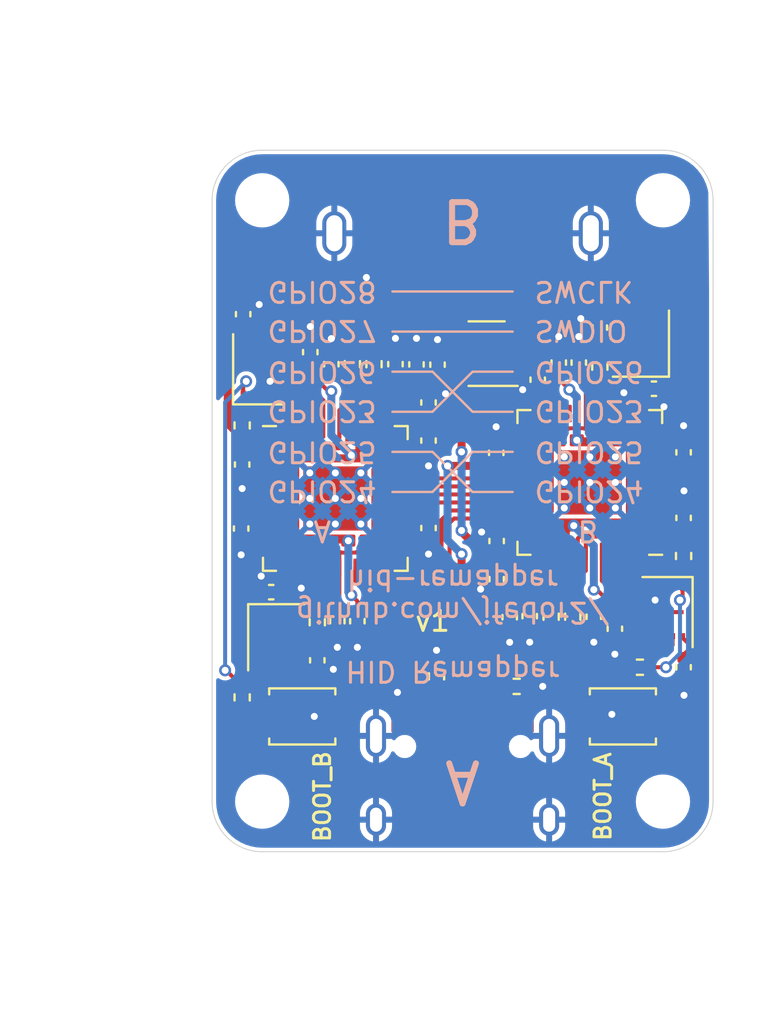
<source format=kicad_pcb>
(kicad_pcb (version 20211014) (generator pcbnew)
  (layers (0 "F.Cu" signal) (31 "B.Cu" signal) (34 "B.Paste" user) (35 "F.Paste" user) (36 "B.SilkS" user "B.Silkscreen") (37 "F.SilkS" user "F.Silkscreen") (38 "B.Mask" user) (39 "F.Mask" user) (44 "Edge.Cuts" user))
  (net 0 "")
  (net 1 "GND")
  (net 2 "+5V")
  (net 3 "D-")
  (net 4 "D+")
  (net 5 "+3V3")
  (net 6 "+1V1")
  (net 7 "Net-(R3-Pad2)")
  (net 8 "Net-(R4-Pad2)")
  (net 9 "XIN")
  (net 10 "XOUT")
  (net 11 "QSPI_SS")
  (net 12 "QSPI_SD3")
  (net 13 "QSPI_SCLK")
  (net 14 "QSPI_SD0")
  (net 15 "QSPI_SD2")
  (net 16 "QSPI_SD1")
  (net 17 "Net-(C19-Pad1)")
  (net 18 "Net-(R6-Pad2)")
  (net 21 "GPIO0")
  (net 22 "GPIO1")
  (net 33 "SWCLK")
  (net 34 "SWD")
  (net 37 "1XIN")
  (net 38 "Net-(C119-Pad1)")
  (net 39 "Net-(R101-Pad1)")
  (net 40 "Net-(R102-Pad1)")
  (net 41 "1D+")
  (net 42 "Net-(R103-Pad2)")
  (net 43 "1D-")
  (net 44 "Net-(R104-Pad2)")
  (net 45 "1QSPI_SS")
  (net 46 "Net-(R106-Pad2)")
  (net 47 "1XOUT")
  (net 48 "GPIO4")
  (net 49 "GPIO5")
  (net 52 "1GPIO0")
  (net 53 "1GPIO1")
  (net 70 "RTS1CTS")
  (net 73 "CTS1RTS")
  (net 75 "1QSPI_SD3")
  (net 76 "1QSPI_SCLK")
  (net 77 "1QSPI_SD0")
  (net 78 "1QSPI_SD2")
  (net 79 "1QSPI_SD1")
  (net 82 "1GPIO4")
  (net 83 "1GPIO5")
  (net 91 "TX1RX")
  (net 92 "RX1TX")
  (net 98 "+1V2")
  (footprint "Capacitor_SMD:C_0402_1005Metric" (layer "F.Cu") (at 132.45 53.05)
    (fp_text reference "C18" hide)
    (fp_text value "30p")
  )
  (footprint "Capacitor_SMD:C_0402_1005Metric" (layer "F.Cu") (at 131.05 39.180966 90)
    (fp_text reference "C17" hide)
    (fp_text value "100n")
  )
  (footprint "Capacitor_SMD:C_0402_1005Metric" (layer "F.Cu") (at 136.75 54.5 -90)
    (fp_text reference "C2" hide)
    (fp_text value "100n")
  )
  (footprint "Capacitor_SMD:C_0402_1005Metric" (layer "F.Cu") (at 140.3 45.4875 -90)
    (fp_text reference "C8" hide)
    (fp_text value "100n")
  )
  (footprint "Resistor_SMD:R_0402_1005Metric" (layer "F.Cu") (at 131 58.3 -90)
    (fp_text reference "R6" hide)
    (fp_text value "1k")
  )
  (footprint "Resistor_SMD:R_0402_1005Metric" (layer "F.Cu") (at 131 44.730966 90)
    (fp_text reference "R5" hide)
    (fp_text value "10k")
  )
  (footprint "RP2040:RP2040-QFN-56" (layer "F.Cu") (at 135.65 48.375)
    (fp_text reference "U3" hide)
    (fp_text value "RP2040")
  )
  (footprint "Crystal:Crystal_SMD_2520-4Pin_2.5x2.0mm" (layer "F.Cu") (at 132.7 55.3 -90)
    (fp_text reference "Y1" hide)
    (fp_text value "Crystal_GND24")
  )
  (footprint "Capacitor_SMD:C_0402_1005Metric" (layer "F.Cu") (at 134.75 56.45 -90)
    (fp_text reference "C19" hide)
    (fp_text value "30p")
  )
  (footprint "Capacitor_SMD:C_0402_1005Metric" (layer "F.Cu") (at 130.95 49.875 -90)
    (fp_text reference "C6" hide)
    (fp_text value "100n")
  )
  (footprint "Capacitor_SMD:C_0402_1005Metric" (layer "F.Cu") (at 140.3 49.85 -90)
    (fp_text reference "C5" hide)
    (fp_text value "100n")
  )
  (footprint "Resistor_SMD:R_0402_1005Metric" (layer "F.Cu") (at 134.75 54.55 90)
    (fp_text reference "R7" hide)
    (fp_text value "1k")
  )
  (footprint "Capacitor_SMD:C_0402_1005Metric" (layer "F.Cu") (at 135.75 54.5 -90)
    (fp_text reference "C7" hide)
    (fp_text value "100n")
  )
  (footprint "Capacitor_SMD:C_0402_1005Metric" (layer "F.Cu") (at 131 46.680966 -90)
    (fp_text reference "C4" hide)
    (fp_text value "100n")
  )
  (footprint "Capacitor_SMD:C_0402_1005Metric" (layer "F.Cu") (at 139.7 41.6875 90)
    (fp_text reference "C10" hide)
    (fp_text value "1u")
  )
  (footprint "Resistor_SMD:R_0402_1005Metric" (layer "F.Cu") (at 137.58 41.675 -90)
    (fp_text reference "R4" hide)
    (fp_text value "27")
  )
  (footprint "Capacitor_SMD:C_0402_1005Metric" (layer "F.Cu") (at 134.4 41.075 90)
    (fp_text reference "C1" hide)
    (fp_text value "100n")
  )
  (footprint "Resistor_SMD:R_0402_1005Metric" (layer "F.Cu") (at 136.5 41.675 -90)
    (fp_text reference "R3" hide)
    (fp_text value "27")
  )
  (footprint "Capacitor_SMD:C_0402_1005Metric" (layer "F.Cu") (at 135.45 41.675 90)
    (fp_text reference "C3" hide)
    (fp_text value "100n")
  )
  (footprint "Package_TO_SOT_SMD:SOT-23-5" (layer "F.Cu") (at 143.2 41.15)
    (fp_text reference "U4" hide)
    (fp_text value "TLV73333PDBV")
  )
  (footprint "Capacitor_SMD:C_0402_1005Metric" (layer "F.Cu") (at 140.75 41.7 90)
    (fp_text reference "C16" hide)
    (fp_text value "1u")
  )
  (footprint "Capacitor_SMD:C_0402_1005Metric" (layer "F.Cu") (at 145.75 42.45 -90)
    (fp_text reference "C15" hide)
    (fp_text value "1u")
  )
  (footprint "MountingHole:MountingHole_2.2mm_M2" (layer "F.Cu") (at 132 33.5)
    (fp_text reference "H1" hide)
    (fp_text value "MountingHole")
  )
  (footprint "Capacitor_SMD:C_0402_1005Metric" (layer "F.Cu") (at 138.65 41.675 90)
    (fp_text reference "C13" hide)
    (fp_text value "1u")
  )
  (footprint "Capacitor_SMD:C_0402_1005Metric" (layer "F.Cu") (at 140.3 43.5875 90)
    (fp_text reference "C9" hide)
    (fp_text value "100n")
  )
  (footprint "USON:8-USON" (layer "F.Cu") (at 131.8 41.930966)
    (fp_text reference "U5" hide)
    (fp_text value "W25Q128JVS")
  )
  (footprint "MountingHole:MountingHole_2.2mm_M2" (layer "F.Cu") (at 132 63.5)
    (fp_text reference "H2" hide)
    (fp_text value "MountingHole")
  )
  (footprint "Button_Switch_SMD:SW_SPST_B3U-1000P" (layer "F.Cu") (at 134 59.25 180)
    (fp_text reference "SW2" hide)
    (fp_text value "SW_Push")
  )
  (footprint "Resistor_SMD:R_0402_1005Metric" (layer "F.Cu") (at 150.85 56.795 180)
    (fp_text reference "R106" hide)
    (fp_text value "1k")
  )
  (footprint "MountingHole:MountingHole_2.2mm_M2" (layer "F.Cu") (at 152 63.5)
    (fp_text reference "H3" hide)
    (fp_text value "MountingHole")
  )
  (footprint "Capacitor_SMD:C_0402_1005Metric" (layer "F.Cu") (at 151.55 42.9 180)
    (fp_text reference "C118" hide)
    (fp_text value "30p")
  )
  (footprint "Capacitor_SMD:C_0402_1005Metric" (layer "F.Cu") (at 145.35 54.245 -90)
    (fp_text reference "C113" hide)
    (fp_text value "1u")
  )
  (footprint "Capacitor_SMD:C_0402_1005Metric" (layer "F.Cu") (at 149.6 54.875 -90)
    (fp_text reference "C101" hide)
    (fp_text value "100n")
  )
  (footprint "Capacitor_SMD:C_0402_1005Metric" (layer "F.Cu") (at 148.85 39.85 90)
    (fp_text reference "C119" hide)
    (fp_text value "30p")
  )
  (footprint "Resistor_SMD:R_0402_1005Metric" (layer "F.Cu") (at 146.42 54.275 90)
    (fp_text reference "R104" hide)
    (fp_text value "27")
  )
  (footprint "Capacitor_SMD:C_0402_1005Metric" (layer "F.Cu") (at 153.03 49.345 90)
    (fp_text reference "C104" hide)
    (fp_text value "100n")
  )
  (footprint "Capacitor_SMD:C_0402_1005Metric" (layer "F.Cu") (at 153.03 56.795 -90)
    (fp_text reference "C117" hide)
    (fp_text value "100n")
  )
  (footprint "Resistor_SMD:R_0402_1005Metric" (layer "F.Cu") (at 140.7 57.25 90)
    (fp_text reference "R102" hide)
    (fp_text value "5.1k")
  )
  (footprint "Capacitor_SMD:C_0402_1005Metric" (layer "F.Cu") (at 143.68 46.1 90)
    (fp_text reference "C105" hide)
    (fp_text value "100n")
  )
  (footprint "Type-C:HRO-TYPE-C-31-M-12-Assembly" (layer "F.Cu") (at 142 67)
    (fp_text reference "USB101" hide)
    (fp_text value "HRO-TYPE-C-31-M-12")
  )
  (footprint "Capacitor_SMD:C_0402_1005Metric" (layer "F.Cu") (at 143.7 52.4 -90)
    (fp_text reference "C109" hide)
    (fp_text value "100n")
  )
  (footprint "Capacitor_SMD:C_0402_1005Metric" (layer "F.Cu") (at 147.8 41.595 90)
    (fp_text reference "C107" hide)
    (fp_text value "100n")
  )
  (footprint "Capacitor_SMD:C_0402_1005Metric" (layer "F.Cu") (at 148.55 54.275 -90)
    (fp_text reference "C103" hide)
    (fp_text value "100n")
  )
  (footprint "Resistor_SMD:R_0402_1005Metric" (layer "F.Cu") (at 148.85 41.8 -90)
    (fp_text reference "R107" hide)
    (fp_text value "1k")
  )
  (footprint "MountingHole:MountingHole_2.2mm_M2" (layer "F.Cu") (at 152 33.5)
    (fp_text reference "H4" hide)
    (fp_text value "MountingHole")
  )
  (footprint "Resistor_SMD:R_0402_1005Metric" (layer "F.Cu") (at 144.7 57.75)
    (fp_text reference "R101" hide)
    (fp_text value "5.1k")
  )
  (footprint "USON:8-USON" (layer "F.Cu") (at 152.23 54.045 180)
    (fp_text reference "U105" hide)
    (fp_text value "W25Q128JVS")
  )
  (footprint "Type-A:908-261A2021S10100" (layer "F.Cu") (at 142 36.25 180)
    (fp_text reference "USB1" hide)
    (fp_text value "USB_A")
  )
  (footprint "Capacitor_SMD:C_0402_1005Metric" (layer "F.Cu") (at 144.35 54.3 -90)
    (fp_text reference "C110" hide)
    (fp_text value "1u")
  )
  (footprint "Capacitor_SMD:C_0402_1005Metric" (layer "F.Cu") (at 153.03 46.075 90)
    (fp_text reference "C106" hide)
    (fp_text value "100n")
  )
  (footprint "Capacitor_SMD:C_0402_1005Metric" (layer "F.Cu") (at 146.8 41.595 90)
    (fp_text reference "C102" hide)
    (fp_text value "100n")
  )
  (footprint "RP2040:RP2040-QFN-56" (layer "F.Cu") (at 148.35 47.575 180)
    (fp_text reference "U103" hide)
    (fp_text value "RP2040")
  )
  (footprint "Resistor_SMD:R_0402_1005Metric" (layer "F.Cu") (at 147.5 54.275 90)
    (fp_text reference "R103" hide)
    (fp_text value "27")
  )
  (footprint "Resistor_SMD:R_0402_1005Metric" (layer "F.Cu") (at 153.03 51.245 -90)
    (fp_text reference "R105" hide)
    (fp_text value "10k")
  )
  (footprint "Crystal:Crystal_SMD_2520-4Pin_2.5x2.0mm" (layer "F.Cu") (at 150.9 40.65 90)
    (fp_text reference "Y101" hide)
    (fp_text value "Crystal_GND24")
  )
  (footprint "Button_Switch_SMD:SW_SPST_B3U-1000P" (layer "F.Cu") (at 150 59.25)
    (fp_text reference "SW102" hide)
    (fp_text value "SW_Push")
  )
  (footprint "Capacitor_SMD:C_0402_1005Metric" (layer "F.Cu") (at 143.7 50.5 90)
    (fp_text reference "C108" hide)
    (fp_text value "100n")
  )
  (gr_line (start 144.5 42.05) (end 142.5 42.05) (layer "B.SilkS") (width 0.12))
  (gr_line (start 142.5 46.05) (end 140.5 48.05) (layer "B.SilkS") (width 0.12))
  (gr_line (start 144.5 38.05) (end 138.5 38.05) (layer "B.SilkS") (width 0.12))
  (gr_line (start 140.5 48.05) (end 138.5 48.05) (layer "B.SilkS") (width 0.12))
  (gr_line (start 142.5 44.05) (end 140.5 42.05) (layer "B.SilkS") (width 0.12))
  (gr_line (start 144.5 48.05) (end 142.5 48.05) (layer "B.SilkS") (width 0.12))
  (gr_line (start 142.5 42.05) (end 140.5 44.05) (layer "B.SilkS") (width 0.12))
  (gr_line (start 142.5 48.05) (end 140.5 46.05) (layer "B.SilkS") (width 0.12))
  (gr_line (start 140.5 44.05) (end 138.5 44.05) (layer "B.SilkS") (width 0.12))
  (gr_line (start 140.5 42.05) (end 138.5 42.05) (layer "B.SilkS") (width 0.12))
  (gr_line (start 144.5 40.05) (end 138.5 40.05) (layer "B.SilkS") (width 0.12))
  (gr_line (start 144.5 44.05) (end 142.5 44.05) (layer "B.SilkS") (width 0.12))
  (gr_line (start 144.5 46.05) (end 142.5 46.05) (layer "B.SilkS") (width 0.12))
  (gr_line (start 140.5 46.05) (end 138.5 46.05) (layer "B.SilkS") (width 0.12))
  (gr_line (start 152 31) (end 132 31) (layer "Edge.Cuts") (width 0.05))
  (gr_arc (start 152 31) (mid 153.767767 31.732233) (end 154.5 33.5) (layer "Edge.Cuts") (width 0.05))
  (gr_line (start 154.5 63.5) (end 154.5 33.5) (layer "Edge.Cuts") (width 0.05))
  (gr_arc (start 129.5 33.5) (mid 130.232233 31.732233) (end 132 31) (layer "Edge.Cuts") (width 0.05))
  (gr_arc (start 154.5 63.5) (mid 153.767767 65.267767) (end 152 66) (layer "Edge.Cuts") (width 0.05))
  (gr_arc (start 132 66) (mid 130.232233 65.267767) (end 129.5 63.5) (layer "Edge.Cuts") (width 0.05))
  (gr_line (start 132 66) (end 152 66) (layer "Edge.Cuts") (width 0.05))
  (gr_line (start 129.5 33.5) (end 129.5 63.5) (layer "Edge.Cuts") (width 0.05))
  (gr_text "B" (at 142 34.5 180) (layer "B.SilkS") (effects (font (size 2 2) (thickness 0.3)) (justify mirror)))
  (gr_text "GPIO25" (at 145.5 46.05 180) (layer "B.SilkS") (effects (font (size 1 1)) (justify left mirror)))
  (gr_text "SWCLK" (at 145.5 38.05 180) (layer "B.SilkS") (effects (font (size 1 1)) (justify left mirror)))
  (gr_text "GPIO28" (at 137.8 38.05 180) (layer "B.SilkS") (effects (font (size 1 1)) (justify right mirror)))
  (gr_text "GPIO24" (at 145.5 48 180) (layer "B.SilkS") (effects (font (size 1 1)) (justify left mirror)))
  (gr_text "GPIO23" (at 145.5 44 180) (layer "B.SilkS") (effects (font (size 1 1)) (justify left mirror)))
  (gr_text "GPIO25" (at 137.8 46.05 180) (layer "B.SilkS") (effects (font (size 1 1)) (justify right mirror)))
  (gr_text "GPIO26" (at 137.8 42.05 180) (layer "B.SilkS") (effects (font (size 1 1)) (justify right mirror)))
  (gr_text "B" (at 148.25 50 180) (layer "B.SilkS") (effects (font (size 1 1)) (justify mirror)))
  (gr_text "HID Remapper" (at 141.5 57 180) (layer "B.SilkS") (effects (font (size 1 1)) (justify mirror)))
  (gr_text "A" (at 135 50 180) (layer "B.SilkS") (effects (font (size 1 1)) (justify mirror)))
  (gr_text "SWDIO" (at 145.5 40 180) (layer "B.SilkS") (effects (font (size 1 1)) (justify left mirror)))
  (gr_text "github.com/jfedor2/\nhid-remapper" (at 141.5 53.25 180) (layer "B.SilkS") (effects (font (size 1 1)) (justify mirror)))
  (gr_text "A" (at 142 62.5 180) (layer "B.SilkS") (effects (font (size 2 2) (thickness 0.3)) (justify mirror)))
  (gr_text "GPIO27" (at 137.8 40 180) (layer "B.SilkS") (effects (font (size 1 1)) (justify right mirror)))
  (gr_text "GPIO23" (at 137.8 44 180) (layer "B.SilkS") (effects (font (size 1 1)) (justify right mirror)))
  (gr_text "GPIO26" (at 145.5 42.05 180) (layer "B.SilkS") (effects (font (size 1 1)) (justify left mirror)))
  (gr_text "GPIO24" (at 137.8 48 180) (layer "B.SilkS") (effects (font (size 1 1)) (justify right mirror)))
  (gr_text "BOOT_B" (at 135 63.25 90) (layer "F.SilkS") (effects (font (size 0.8 0.8))))
  (gr_text "v1" (at 140.5 54.5) (layer "F.SilkS") (effects (font (size 1 1))))
  (gr_text "BOOT_A" (at 149 63.25 90) (layer "F.SilkS") (effects (font (size 0.8 0.8))))
  (segment (start 148.85 39.37) (end 147.93 39.37) (width 0.4) (layer "F.Cu") (net 1))
  (segment (start 132.600978 57.25) (end 134.43 57.25) (width 0.4) (layer "F.Cu") (net 1))
  (segment (start 134.75 56.93) (end 135.52 56.93) (width 0.4) (layer "F.Cu") (net 1))
  (segment (start 134.65 52.344295) (end 134.65 51.8125) (width 0.2) (layer "F.Cu") (net 1))
  (segment (start 151.6 39.25) (end 151.05 38.7) (width 0.4) (layer "F.Cu") (net 1))
  (segment (start 134.4 40.595) (end 134.4 39.8) (width 0.4) (layer "F.Cu") (net 1))
  (segment (start 141.1075 43.1075) (end 140.3 43.1075) (width 0.4) (layer "F.Cu") (net 1))
  (segment (start 143.674993 45.614993) (end 143.68 45.62) (width 0.4) (layer "F.Cu") (net 1))
  (segment (start 144.3 41.15) (end 144.25 41.2) (width 0.4) (layer "F.Cu") (net 1))
  (segment (start 149.855705 43.1) (end 149.35 43.605705) (width 0.2) (layer "F.Cu") (net 1))
  (segment (start 131.05 55.7) (end 131.525 56.175) (width 0.4) (layer "F.Cu") (net 1))
  (segment (start 152.55 42.38) (end 152.03 42.9) (width 0.4) (layer "F.Cu") (net 1))
  (segment (start 145.25 59.305) (end 145.25 57.79) (width 0.4) (layer "F.Cu") (net 1))
  (segment (start 138.5 37.355) (end 137.205 37.355) (width 0.4) (layer "F.Cu") (net 1))
  (segment (start 145.25 57.79) (end 145.21 57.75) (width 0.4) (layer "F.Cu") (net 1))
  (segment (start 131.97 52.27) (end 131.95 52.25) (width 0.4) (layer "F.Cu") (net 1))
  (segment (start 143.68 52.9) (end 143.7 52.88) (width 0.4) (layer "F.Cu") (net 1))
  (segment (start 131.525 56.175) (end 132 56.175) (width 0.4) (layer "F.Cu") (net 1))
  (segment (start 151.6 39.950489) (end 150.2 41.350489) (width 0.2) (layer "F.Cu") (net 1))
  (segment (start 145.35 54.725) (end 145.35 55.545) (width 0.4) (layer "F.Cu") (net 1))
  (segment (start 150.05 43.1) (end 149.855705 43.1) (width 0.2) (layer "F.Cu") (net 1))
  (segment (start 151.875 39.775) (end 152.55 40.45) (width 0.4) (layer "F.Cu") (net 1))
  (segment (start 145.21 57.75) (end 146 57.75) (width 0.4) (layer "F.Cu") (net 1))
  (segment (start 152.03 43.78) (end 152.05 43.8) (width 0.4) (layer "F.Cu") (net 1))
  (segment (start 148.3 59.25) (end 148.405 59.145) (width 0.4) (layer "F.Cu") (net 1))
  (segment (start 152.03 42.9) (end 152.03 43.78) (width 0.4) (layer "F.Cu") (net 1))
  (segment (start 145 42.95) (end 145.02 42.93) (width 0.4) (layer "F.Cu") (net 1))
  (segment (start 153.03 58.175) (end 153.03 57.275) (width 0.4) (layer "F.Cu") (net 1))
  (segment (start 146.8 40.3) (end 146.8 41.115) (width 0.4) (layer "F.Cu") (net 1))
  (segment (start 149.35 43.605705) (end 149.35 44.1375) (width 0.2) (layer "F.Cu") (net 1))
  (segment (start 132.55 43.130966) (end 132.55 42.688528) (width 0.2) (layer "F.Cu") (net 1))
  (segment (start 132 56.649022) (end 132.600978 57.25) (width 0.4) (layer "F.Cu") (net 1))
  (segment (start 153.03 48.015) (end 153.03 48.865) (width 0.4) (layer "F.Cu") (net 1))
  (segment (start 143.674993 44.8) (end 143.674993 45.614993) (width 0.4) (layer "F.Cu") (net 1))
  (segment (start 130.95 51.1875) (end 130.95 50.355) (width 0.4) (layer "F.Cu") (net 1))
  (segment (start 153.05 47.995) (end 153.03 48.015) (width 0.4) (layer "F.Cu") (net 1))
  (segment (start 142.9 52.9) (end 143.68 52.9) (width 0.4) (layer "F.Cu") (net 1))
  (segment (start 150.2 41.350489) (end 150.2 41.525) (width 0.2) (layer "F.Cu") (net 1))
  (segment (start 149.6 55.355) (end 149.6 56.145) (width 0.4) (layer "F.Cu") (net 1))
  (segment (start 135.52 56.93) (end 135.55 56.9) (width 0.4) (layer "F.Cu") (net 1))
  (segment (start 145.02 42.93) (end 145.75 42.93) (width 0.4) (layer "F.Cu") (net 1))
  (segment (start 147.93 39.37) (end 147.9 39.4) (width 0.4) (layer "F.Cu") (net 1))
  (segment (start 151.6 39.775) (end 151.6 39.950489) (width 0.2) (layer "F.Cu") (net 1))
  (segment (start 131.97 53.05) (end 131.97 52.27) (width 0.4) (layer "F.Cu") (net 1))
  (segment (start 133.95 52.85) (end 134.144295 52.85) (width 0.2) (layer "F.Cu") (net 1))
  (segment (start 139.7 41.2075) (end 139.7 40.3875) (width 0.4) (layer "F.Cu") (net 1))
  (segment (start 136.75 55.8) (end 136.75 54.98) (width 0.4) (layer "F.Cu") (net 1))
  (segment (start 135.75 55.8) (end 135.75 54.98) (width 0.4) (layer "F.Cu") (net 1))
  (segment (start 133.4 54.549511) (end 133.4 54.425) (width 0.2) (layer "F.Cu") (net 1))
  (segment (start 148.55 54.755) (end 148.55 55.545) (width 0.4) (layer "F.Cu") (net 1))
  (segment (start 138.65 41.195) (end 138.65 40.3875) (width 0.4) (layer "F.Cu") (net 1))
  (segment (start 134.43 57.25) (end 134.75 56.93) (width 0.4) (layer "F.Cu") (net 1))
  (segment (start 149.52 38.7) (end 148.85 39.37) (width 0.4) (layer "F.Cu") (net 1))
  (segment (start 132 56.175) (end 132 55.949511) (width 0.2) (layer "F.Cu") (net 1))
  (segment (start 132.55 42.688528) (end 132.39194 42.530468) (width 0.2) (layer "F.Cu") (net 1))
  (segment (start 131.05 53.45) (end 131.05 55.7) (width 0.4) (layer "F.Cu") (net 1))
  (segment (start 153.05 58.195) (end 153.03 58.175) (width 0.4) (layer "F.Cu") (net 1))
  (segment (start 153.03 44.745) (end 153.03 45.595) (width 0.4) (layer "F.Cu") (net 1))
  (segment (start 152.55 40.45) (end 152.55 42.38) (width 0.4) (layer "F.Cu") (net 1))
  (segment (start 140.7 55.95) (end 140.7 56.74) (width 0.4) (layer "F.Cu") (net 1))
  (segment (start 151.48 52.845) (end 151.48 53.316941) (width 0.2) (layer "F.Cu") (net 1))
  (segment (start 151.608059 53.445) (end 151.608059 53.941941) (width 0.2) (layer "F.Cu") (net 1))
  (segment (start 151.6 39.775) (end 151.875 39.775) (width 0.4) (layer "F.Cu") (net 1))
  (segment (start 140.3 51.15) (end 140.3 50.33) (width 0.4) (layer "F.Cu") (net 1))
  (segment (start 144.25 41.2) (end 140.77 41.2) (width 0.4) (layer "F.Cu") (net 1))
  (segment (start 140.3 46.75) (end 140.3 45.9675) (width 0.4) (layer "F.Cu") (net 1))
  (segment (start 131 47.880966) (end 131 47.160966) (width 0.4) (layer "F.Cu") (net 1))
  (segment (start 131.45 53.05) (end 131.05 53.45) (width 0.4) (layer "F.Cu") (net 1))
  (segment (start 151.48 53.316941) (end 151.608059 53.445) (width 0.2) (layer "F.Cu") (net 1))
  (segment (start 143.7 50.02) (end 142.98 50.02) (width 0.4) (layer "F.Cu") (net 1))
  (segment (start 135.45 41.195) (end 135.45 40.4) (width 0.4) (layer "F.Cu") (net 1))
  (segment (start 132.39194 42.530468) (end 132.39194 42) (width 0.2) (layer "F.Cu") (net 1))
  (segment (start 132 55.949511) (end 133.4 54.549511) (width 0.2) (layer "F.Cu") (net 1))
  (segment (start 134.144295 52.85) (end 134.65 52.344295) (width 0.2) (layer "F.Cu") (net 1))
  (segment (start 147.8 40.3) (end 147.8 41.115) (width 0.4) (layer "F.Cu") (net 1))
  (segment (start 144.35 55.55) (end 144.35 54.78) (width 0.4) (layer "F.Cu") (net 1))
  (segment (start 142.98 50.02) (end 142.95 50.05) (width 0.4) (layer "F.Cu") (net 1))
  (segment (start 131.050966 38.7) (end 131.05 38.700966) (width 0.4) (layer "F.Cu") (net 1))
  (segment (start 132 56.175) (end 132 56.649022) (width 0.4) (layer "F.Cu") (net 1))
  (segment (start 135.7 59.25) (end 134.6 59.25) (width 0.4) (layer "F.Cu") (net 1))
  (segment (start 131.85 38.7) (end 131.050966 38.7) (width 0.4) (layer "F.Cu") (net 1))
  (segment (start 151.05 38.7) (end 149.52 38.7) (width 0.4) (layer "F.Cu") (net 1))
  (segment (start 148.405 59.145) (end 149.45 59.145) (width 0.4) (layer "F.Cu") (net 1))
  (segment (start 140.77 41.2) (end 140.75 41.22) (width 0.4) (layer "F.Cu") (net 1))
  (segment (start 141.15 43.15) (end 141.1075 43.1075) (width 0.4) (layer "F.Cu") (net 1))
  (segment (start 137.205 37.355) (end 137.2 37.35) (width 0.4) (layer "F.Cu") (net 1))
  (segment (start 138.75 59.305) (end 138.75 58.05) (width 0.4) (layer "F.Cu") (net 1))
  (segment (start 131.97 53.05) (end 131.45 53.05) (width 0.4) (layer "F.Cu") (net 1))
  (segment (start 151.6 39.775) (end 151.6 39.25) (width 0.4) (layer "F.Cu") (net 1))
  (segment (start 140.75 40.45) (end 140.75 41.22) (width 0.4) (layer "F.Cu") (net 1))
  (via (at 142.95 50.05) (size 0.6) (drill 0.35) (layers "F.Cu" "B.Cu") (net 1))
  (via (at 138.75 58.05) (size 0.6) (drill 0.35) (layers "F.Cu" "B.Cu") (net 1))
  (via (at 132.39194 42.530468) (size 0.6) (drill 0.35) (layers "F.Cu" "B.Cu") (net 1))
  (via (at 131 47.880966) (size 0.6) (drill 0.35) (layers "F.Cu" "B.Cu") (net 1))
  (via (at 134.6 59.25) (size 0.6) (drill 0.35) (layers "F.Cu" "B.Cu") (net 1))
  (via (at 136.75 55.8) (size 0.6) (drill 0.35) (layers "F.Cu" "B.Cu") (net 1))
  (via (at 131.95 52.25) (size 0.6) (drill 0.35) (layers "F.Cu" "B.Cu") (net 1))
  (via (at 151.608059 53.445) (size 0.6) (drill 0.35) (layers "F.Cu" "B.Cu") (net 1))
  (via (at 135.55 56.9) (size 0.6) (drill 0.35) (layers "F.Cu" "B.Cu") (net 1))
  (via (at 145 42.95) (size 0.6) (drill 0.35) (layers "F.Cu" "B.Cu") (net 1))
  (via (at 137.2 37.35) (size 0.6) (drill 0.35) (layers "F.Cu" "B.Cu") (net 1))
  (via (at 143.674993 44.8) (size 0.6) (drill 0.35) (layers "F.Cu" "B.Cu") (net 1))
  (via (at 148.55 55.545) (size 0.6) (drill 0.35) (layers "F.Cu" "B.Cu") (net 1))
  (via (at 133.95 52.85) (size 0.6) (drill 0.35) (layers "F.Cu" "B.Cu") (net 1))
  (via (at 131.85 38.7) (size 0.6) (drill 0.35) (layers "F.Cu" "B.Cu") (net 1))
  (via (at 147.9 39.4) (size 0.6) (drill 0.35) (layers "F.Cu" "B.Cu") (net 1))
  (via (at 146 57.75) (size 0.6) (drill 0.35) (layers "F.Cu" "B.Cu") (net 1))
  (via (at 140.7 55.95) (size 0.6) (drill 0.35) (layers "F.Cu" "B.Cu") (net 1))
  (via (at 141.15 43.15) (size 0.6) (drill 0.35) (layers "F.Cu" "B.Cu") (net 1))
  (via (at 134.4 39.8) (size 0.6) (drill 0.35) (layers "F.Cu" "B.Cu") (net 1))
  (via (at 149.45 59.145) (size 0.6) (drill 0.35) (layers "F.Cu" "B.Cu") (net 1))
  (via (at 153.05 58.195) (size 0.6) (drill 0.35) (layers "F.Cu" "B.Cu") (net 1))
  (via (at 150.05 43.1) (size 0.6) (drill 0.35) (layers "F.Cu" "B.Cu") (net 1))
  (via (at 139.7 40.3875) (size 0.6) (drill 0.35) (layers "F.Cu" "B.Cu") (net 1))
  (via (at 140.75 40.45) (size 0.6) (drill 0.35) (layers "F.Cu" "B.Cu") (net 1))
  (via (at 152.05 43.8) (size 0.6) (drill 0.35) (layers "F.Cu" "B.Cu") (net 1))
  (via (at 153.05 47.995) (size 0.6) (drill 0.35) (layers "F.Cu" "B.Cu") (net 1))
  (via (at 135.75 55.8) (size 0.6) (drill 0.35) (layers "F.Cu" "B.Cu") (net 1))
  (via (at 140.3 46.75) (size 0.6) (drill 0.35) (layers "F.Cu" "B.Cu") (net 1))
  (via (at 147.8 40.3) (size 0.6) (drill 0.35) (layers "F.Cu" "B.Cu") (net 1))
  (via (at 142.9 52.9) (size 0.6) (drill 0.35) (layers "F.Cu" "B.Cu") (net 1))
  (via (at 140.3 51.15) (size 0.6) (drill 0.35) (layers "F.Cu" "B.Cu") (net 1))
  (via (at 130.95 51.1875) (size 0.6) (drill 0.35) (layers "F.Cu" "B.Cu") (net 1))
  (via (at 138.65 40.3875) (size 0.6) (drill 0.35) (layers "F.Cu" "B.Cu") (net 1))
  (via (at 145.35 55.545) (size 0.6) (drill 0.35) (layers "F.Cu" "B.Cu") (net 1))
  (via (at 153.03 44.745) (size 0.6) (drill 0.35) (layers "F.Cu" "B.Cu") (net 1))
  (via (at 146.8 40.3) (size 0.6) (drill 0.35) (layers "F.Cu" "B.Cu") (net 1))
  (via (at 144.35 55.55) (size 0.6) (drill 0.35) (layers "F.Cu" "B.Cu") (net 1))
  (via (at 135.45 40.4) (size 0.6) (drill 0.35) (layers "F.Cu" "B.Cu") (net 1))
  (via (at 149.6 56.145) (size 0.6) (drill 0.35) (layers "F.Cu" "B.Cu") (net 1))
  (segment (start 145.75 37.605) (end 145.75 40.1) (width 0.4) (layer "F.Cu") (net 2))
  (segment (start 145.75 41.97) (end 145.72 42) (width 0.4) (layer "F.Cu") (net 2))
  (segment (start 145.72 42) (end 144.4 42) (width 0.4) (layer "F.Cu") (net 2))
  (segment locked (start 139.55 59.305) (end 139.55 60.094661) (width 0.4) (layer "F.Cu") (net 2))
  (segment (start 145.65 40.2) (end 145.75 40.1) (width 0.4) (layer "F.Cu") (net 2))
  (segment (start 142.85 43.4) (end 144.15 42.1) (width 0.4) (layer "F.Cu") (net 2))
  (segment (start 145.75 40.1) (end 145.75 41.97) (width 0.4) (layer "F.Cu") (net 2))
  (segment locked (start 139.55 60.094661) (end 140.454859 60.99952) (width 0.4) (layer "F.Cu") (net 2))
  (segment (start 144.4 42) (end 144.3 42.1) (width 0.4) (layer "F.Cu") (net 2))
  (segment locked (start 140.454859 60.99952) (end 143.499991 60.99952) (width 0.4) (layer "F.Cu") (net 2))
  (segment locked (start 143.499991 60.99952) (end 144.45 60.049511) (width 0.4) (layer "F.Cu") (net 2))
  (segment (start 141.95 51.1505) (end 141.95 53.05) (width 0.4) (layer "F.Cu") (net 2))
  (segment (start 141.95 53.05) (end 139.55 55.45) (width 0.4) (layer "F.Cu") (net 2))
  (segment (start 142.55 46.75) (end 142.85 46.45) (width 0.4) (layer "F.Cu") (net 2))
  (segment locked (start 144.45 60.049511) (end 144.45 59.305) (width 0.4) (layer "F.Cu") (net 2))
  (segment (start 139.55 59.305) (end 139.55 55.45) (width 0.4) (layer "F.Cu") (net 2))
  (segment (start 144.3 40.2) (end 145.65 40.2) (width 0.4) (layer "F.Cu") (net 2))
  (segment (start 142.85 46.45) (end 142.85 43.4) (width 0.4) (layer "F.Cu") (net 2))
  (segment (start 145.5 37.355) (end 145.75 37.605) (width 0.4) (layer "F.Cu") (net 2))
  (segment (start 144.15 42.1) (end 144.3 42.1) (width 0.4) (layer "F.Cu") (net 2))
  (segment (start 141.2505 46.75) (end 142.55 46.75) (width 0.4) (layer "F.Cu") (net 2))
  (segment (start 141.9495 51.15) (end 141.95 51.1505) (width 0.4) (layer "F.Cu") (net 2))
  (via (at 141.2505 46.75) (size 0.6) (drill 0.35) (layers "F.Cu" "B.Cu") (net 2))
  (via (at 141.9495 51.15) (size 0.6) (drill 0.35) (layers "F.Cu" "B.Cu") (net 2))
  (segment (start 141.9495 51.15) (end 141.249989 50.450489) (width 0.4) (layer "B.Cu") (net 2))
  (segment (start 141.249989 50.450489) (end 141.249989 46.750511) (width 0.4) (layer "B.Cu") (net 2))
  (segment (start 141.249989 46.750511) (end 141.2505 46.75) (width 0.4) (layer "B.Cu") (net 2))
  (segment (start 137.25 40.835) (end 137.25 40.5) (width 0.2) (layer "F.Cu") (net 3))
  (segment (start 137.58 41.165) (end 137.25 40.835) (width 0.2) (layer "F.Cu") (net 3))
  (segment (start 137.25 40.5) (end 138.25 39.5) (width 0.2) (layer "F.Cu") (net 3))
  (segment (start 142.45 39.5) (end 143 38.95) (width 0.2) (layer "F.Cu") (net 3))
  (segment (start 143 38.95) (end 143 37.355) (width 0.2) (layer "F.Cu") (net 3))
  (segment (start 138.25 39.5) (end 142.45 39.5) (width 0.2) (layer "F.Cu") (net 3))
  (segment (start 140.6 39.10048) (end 141 38.70048) (width 0.2) (layer "F.Cu") (net 4))
  (segment (start 138.084514 39.10048) (end 140.6 39.10048) (width 0.2) (layer "F.Cu") (net 4))
  (segment (start 136.85048 40.81452) (end 136.850481 40.334513) (width 0.2) (layer "F.Cu") (net 4))
  (segment (start 136.850481 40.334513) (end 138.084514 39.10048) (width 0.2) (layer "F.Cu") (net 4))
  (segment (start 136.5 41.165) (end 136.85048 40.81452) (width 0.2) (layer "F.Cu") (net 4))
  (segment (start 141 38.70048) (end 141 37.355) (width 0.2) (layer "F.Cu") (net 4))
  (segment (start 139.0875 49.375) (end 140.295 49.375) (width 0.2) (layer "F.Cu") (net 5))
  (segment (start 147.9 53.213004) (end 148.481996 53.795) (width 0.2) (layer "F.Cu") (net 5))
  (segment (start 137.85 44.9375) (end 137.85 44.325) (width 0.2) (layer "F.Cu") (net 5))
  (segment (start 148.481996 53.795) (end 148.55 53.795) (width 0.2) (layer "F.Cu") (net 5))
  (segment (start 141.8825 44.0675) (end 141.95 44) (width 0.4) (layer "F.Cu") (net 5))
  (segment (start 145.7 50.175) (end 145.75 50.225) (width 0.2) (layer "F.Cu") (net 5))
  (segment (start 140.295 49.375) (end 140.3 49.37) (width 0.2) (layer "F.Cu") (net 5))
  (segment (start 153.75 55.595) (end 153.5 55.845) (width 0.4) (layer "F.Cu") (net 5))
  (segment (start 132.2125 45.775) (end 133 45.775) (width 0.2) (layer "F.Cu") (net 5))
  (segment (start 146.15 50.375) (end 145.95 50.175) (width 0.2) (layer "F.Cu") (net 5))
  (segment (start 152.98 55.325) (end 153.5 55.845) (width 0.2) (layer "F.Cu") (net 5))
  (segment (start 153.75 51.115) (end 153.75 55.595) (width 0.4) (layer "F.Cu") (net 5))
  (segment (start 153.03 50.735) (end 152.22 50.735) (width 0.4) (layer "F.Cu") (net 5))
  (segment (start 143.7 50.98) (end 143.73 50.95) (width 0.4) (layer "F.Cu") (net 5))
  (segment (start 153.37 50.735) (end 153.75 51.115) (width 0.4) (layer "F.Cu") (net 5))
  (segment (start 139.7 42.35) (end 139.0875 42.9625) (width 0.4) (layer "F.Cu") (net 5))
  (segment (start 148.15 51.0125) (end 148.15 50.275) (width 0.2) (layer "F.Cu") (net 5))
  (segment (start 137.85 44.9375) (end 137.85 45.575) (width 0.2) (layer "F.Cu") (net 5))
  (segment (start 136.25 44.9375) (end 136.25 43.875) (width 0.2) (layer "F.Cu") (net 5))
  (segment (start 153.03 50.735) (end 153.37 50.735) (width 0.4) (layer "F.Cu") (net 5))
  (segment (start 138.3575 45.0075) (end 138.35 45) (width 0.4) (layer "F.Cu") (net 5))
  (segment (start 132.75 49.375) (end 132.9 49.375) (width 0.2) (layer "F.Cu") (net 5))
  (segment (start 151.7875 50.175) (end 151 50.175) (width 0.2) (layer "F.Cu") (net 5))
  (segment (start 142.1 42.1) (end 141.95 42.25) (width 0.4) (layer "F.Cu") (net 5))
  (segment (start 137.85 44.325) (end 138.05 44.125) (width 0.2) (layer "F.Cu") (net 5))
  (segment (start 138.05 44.1) (end 138.0825 44.0675) (width 0.4) (layer "F.Cu") (net 5))
  (segment (start 148.15 44.1375) (end 148.15 42.9) (width 0.2) (layer "F.Cu") (net 5))
  (segment (start 141.95 42.25) (end 141.95 44) (width 0.4) (layer "F.Cu") (net 5))
  (segment (start 135.518004 42.155) (end 135.45 42.155) (width 0.2) (layer "F.Cu") (net 5))
  (segment (start 141.95 44) (end 141.95 46.0505) (width 0.4) (layer "F.Cu") (net 5))
  (segment (start 132.2125 49.375) (end 132.75 49.375) (width 0.2) (layer "F.Cu") (net 5))
  (segment (start 153.01 46.575) (end 153.03 46.555) (width 0.2) (layer "F.Cu") (net 5))
  (segment (start 143.7 50.98) (end 143.7 51.92) (width 0.4) (layer "F.Cu") (net 5))
  (segment (start 144.9125 46.575) (end 145.8 46.575) (width 0.2) (layer "F.Cu") (net 5))
  (segment (start 144.9125 50.175) (end 145.7 50.175) (width 0.2) (layer "F.Cu") (net 5))
  (segment (start 135.85 51.8125) (end 135.85 51.075) (width 0.2) (layer "F.Cu") (net 5))
  (segment (start 136.25 43.875) (end 136.1 43.725) (width 0.2) (layer "F.Cu") (net 5))
  (segment (start 145.95 51.8) (end 145.83 51.92) (width 0.4) (layer "F.Cu") (net 5))
  (segment (start 143.685 46.575) (end 143.68 46.58) (width 0.2) (layer "F.Cu") (net 5))
  (segment (start 141.9495 50.038759) (end 142.860741 50.95) (width 0.4) (layer "F.Cu") (net 5))
  (segment (start 142.1 42.1) (end 142.05 42.15) (width 0.4) (layer "F.Cu") (net 5))
  (segment (start 130.28048 44.63048) (end 130.28048 40.430486) (width 0.4) (layer "F.Cu") (net 5))
  (segment (start 153.5 55.845) (end 153.03 56.315) (width 0.4) (layer "F.Cu") (net 5))
  (segment (start 140.3 45.0075) (end 140.3 44.0675) (width 0.4) (layer "F.Cu") (net 5))
  (segment (start 139.0875 45.775) (end 138.3 45.775) (width 0.2) (layer "F.Cu") (net 5))
  (segment (start 131.05 40.7) (end 130.530483 40.180483) (width 0.2) (layer "F.Cu") (net 5))
  (segment (start 131.778476 45.240966) (end 131 45.240966) (width 0.4) (layer "F.Cu") (net 5))
  (segment (start 142.05 42.15) (end 140.78 42.15) (width 0.4) (layer "F.Cu") (net 5))
  (segment (start 138.3 45.775) (end 138.25 45.725) (width 0.2) (layer "F.Cu") (net 5))
  (segment (start 136.1 42.736996) (end 135.518004 42.155) (width 0.2) (layer "F.Cu") (net 5))
  (segment (start 146.15 51.0125) (end 146.15 50.375) (width 0.2) (layer "F.Cu") (net 5))
  (segment (start 144.35 53.35) (end 144.9125 52.7875) (width 0.4) (layer "F.Cu") (net 5))
  (segment (start 130.28048 40.430486) (end 130.530483 40.180483) (width 0.4) (layer "F.Cu") (net 5))
  (segment (start 140.78 42.15) (end 140.75 42.18) (width 0.4) (layer "F.Cu") (net 5))
  (segment (start 138.25 45.725) (end 138.25 44.9375) (width 0.2) (layer "F.Cu") (net 5))
  (segment (start 144.35 53.82) (end 144.35 53.35) (width 0.4) (layer "F.Cu") (net 5))
  (segment (start 136.25 45.575) (end 136.2 45.625) (width 0.2) (layer "F.Cu") (net 5))
  (segment (start 148.15 44.1375) (end 148.15 44.875) (width 0.2) (layer "F.Cu") (net 5))
  (segment (start 135.85 43.975) (end 136.1 43.725) (width 0.2) (layer "F.Cu") (net 5))
  (segment (start 147.75 51.0125) (end 147.75 50.375) (width 0.2) (layer "F.Cu") (net 5))
  (segment (start 139.0875 42.9625) (end 139.0875 45.67499) (width 0.4) (layer "F.Cu") (net 5))
  (segment (start 146.15 51.0125) (end 146.15 51.625) (width 0.2) (layer "F.Cu") (net 5))
  (segment (start 147.8 42.55) (end 147.8 42.075) (width 0.2) (layer "F.Cu") (net 5))
  (segment (start 147.75 52.075) (end 147.9 52.225) (width 0.2) (layer "F.Cu") (net 5))
  (segment (start 143.73 50.95) (end 145.6 50.95) (width 0.4) (layer "F.Cu") (net 5))
  (segment (start 148.15 51.975) (end 147.9 52.225) (width 0.2) (layer "F.Cu") (net 5))
  (segment (start 136.1 43.725) (end 136.1 42.736996) (width 0.2) (layer "F.Cu") (net 5))
  (segment (start 145.75 50.225) (end 145.75 51.0125) (width 0.2) (layer "F.Cu") (net 5))
  (segment (start 151.25 46.575) (end 151.1 46.575) (width 0.2) (layer "F.Cu") (net 5))
  (segment (start 148.15 51.0125) (end 148.15 51.975) (width 0.2) (layer "F.Cu") (net 5))
  (segment (start 145.83 51.92) (end 143.7 51.92) (width 0.4) (layer "F.Cu") (net 5))
  (segment (start 140.3 44.0675) (end 141.8825 44.0675) (width 0.4) (layer "F.Cu") (net 5))
  (segment (start 151.7875 46.575) (end 151.25 46.575) (width 0.2) (layer "F.Cu") (net 5))
  (segment (start 147.75 50.375) (end 147.8 50.325) (width 0.2) (layer "F.Cu") (net 5))
  (segment (start 131 45.240966) (end 131 46.200966) (width 0.4) (layer "F.Cu") (net 5))
  (segment (start 153.03 49.825) (end 153.03 50.735) (width 0.4) (layer "F.Cu") (net 5))
  (segment (start 138.0825 44.0675) (end 140.3 44.0675) (width 0.4) (layer "F.Cu") (net 5))
  (segment (start 139.7 42.1675) (end 139.7 42.35) (width 0.4) (layer "F.Cu") (net 5))
  (segment (start 135.85 51.8125) (end 135.85 53.92) (width 0.2) (layer "F.Cu") (net 5))
  (segment (start 132.2125 49.375) (end 130.97 49.375) (width 0.2) (layer "F.Cu") (net 5))
  (segment (start 130.97 49.375) (end 130.95 49.395) (width 0.2) (layer "F.Cu") (net 5))
  (segment (start 152.98 55.245) (end 152.98 55.325) (width 0.2) (layer "F.Cu") (net 5))
  (segment (start 139.0875 49.375) (end 138.2 49.375) (width 0.2) (layer "F.Cu") (net 5))
  (segment (start 141.9495 49.9745) (end 141.9495 50.038759) (width 0.4) (layer "F.Cu") (net 5))
  (segment (start 146.15 51.625) (end 145.95 51.825) (width 0.2) (layer "F.Cu") (net 5))
  (segment (start 135.85 53.92) (end 135.75 54.02) (width 0.2) (layer "F.Cu") (net 5))
  (segment (start 130.530483 40.180483) (end 131.05 39.660966) (width 0.4) (layer "F.Cu") (net 5))
  (segment (start 147.9 52.225) (end 147.9 53.213004) (width 0.2) (layer "F.Cu") (net 5))
  (segment (start 136.25 44.9375) (end 136.25 45.575) (width 0.2) (layer "F.Cu") (net 5))
  (segment (start 132.2125 45.67499) (end 131.778476 45.240966) (width 0.4) (layer "F.Cu") (net 5))
  (segment (start 142.860741 50.95) (end 143.67 50.95) (width 0.4) (layer "F.Cu") (net 5))
  (segment (start 143.67 50.95) (end 143.7 50.98) (width 0.4) (layer "F.Cu") (net 5))
  (segment (start 140.3 45.0075) (end 138.3575 45.0075) (width 0.4) (layer "F.Cu") (net 5))
  (segment (start 144.9125 46.575) (end 143.685 46.575) (width 0.2) (layer "F.Cu") (net 5))
  (segment (start 152.22 50.735) (end 151.78 50.295) (width 0.4) (layer "F.Cu") (net 5))
  (segment (start 148.15 42.9) (end 147.8 42.55) (width 0.2) (layer "F.Cu") (net 5))
  (segment (start 137.85 45.575) (end 138.05 45.775) (width 0.2) (layer "F.Cu") (net 5))
  (segment (start 131 45.240966) (end 130.890966 45.240966) (width 0.4) (layer "F.Cu") (net 5))
  (segment (start 151.7875 46.575) (end 153.01 46.575) (width 0.2) (layer "F.Cu") (net 5))
  (segment (start 135.85 44.9375) (end 135.85 43.975) (width 0.2) (layer "F.Cu") (net 5))
  (segment (start 135.85 44.9375) (end 135.85 45.675) (width 0.2) (layer "F.Cu") (net 5))
  (segment (start 147.75 51.0125) (end 147.75 52.075) (width 0.2) (layer "F.Cu") (net 5))
  (segment (start 131.05 40.730966) (end 131.05 40.7) (width 0.2) (layer "F.Cu") (net 5))
  (segment (start 144.9125 52.7875) (end 144.9125 50.27501) (width 0.4) (layer "F.Cu") (net 5))
  (segment (start 130.890966 45.240966) (end 130.28048 44.63048) (width 0.4) (layer "F.Cu") (net 5))
  (via (at 141.9495 49.9745) (size 0.6) (drill 0.35) (layers "F.Cu" "B.Cu") (net 5))
  (via (at 141.95 46.0505) (size 0.6) (drill 0.35) (layers "F.Cu" "B.Cu") (net 5))
  (segment (start 141.95 46.0505) (end 141.95 49.974) (width 0.4) (layer "B.Cu") (net 5))
  (segment (start 141.95 49.974) (end 141.9495 49.9745) (width 0.4) (layer "B.Cu") (net 5))
  (segment (start 135.45 43.025002) (end 135.450001 43.025001) (width 0.2) (layer "F.Cu") (net 6))
  (segment (start 134.4 42.125) (end 135.300001 43.025001) (width 0.2) (layer "F.Cu") (net 6))
  (segment (start 134.4 41.555) (end 134.4 42.125) (width 0.2) (layer "F.Cu") (net 6))
  (segment (start 136.4495 53.2) (end 136.75 53.5005) (width 0.2) (layer "F.Cu") (net 6))
  (segment (start 136.75 53.5005) (end 136.75 54.02) (width 0.2) (layer "F.Cu") (net 6))
  (segment (start 137.45 44.9375) (end 137.45 45.625) (width 0.2) (layer "F.Cu") (net 6))
  (segment (start 138.65 42.625) (end 138.65 42.155) (width 0.2) (layer "F.Cu") (net 6))
  (segment (start 137.45 44.9375) (end 137.45 43.825) (width 0.2) (layer "F.Cu") (net 6))
  (segment (start 137.45 45.625) (end 137.25 45.825) (width 0.2) (layer "F.Cu") (net 6))
  (segment (start 136.25 53.0005) (end 136.25 51.8125) (width 0.2) (layer "F.Cu") (net 6))
  (segment (start 135.300001 43.025001) (end 135.450001 43.025001) (width 0.2) (layer "F.Cu") (net 6))
  (segment (start 135.45 44.9375) (end 135.45 43.025002) (width 0.2) (layer "F.Cu") (net 6))
  (segment (start 137.45 43.825) (end 138.65 42.625) (width 0.2) (layer "F.Cu") (net 6))
  (segment (start 136.4495 53.2) (end 136.25 53.0005) (width 0.2) (layer "F.Cu") (net 6))
  (via (at 135.450001 43.025001) (size 0.6) (drill 0.35) (layers "F.Cu" "B.Cu") (net 6))
  (via (at 136.4495 53.2) (size 0.6) (drill 0.35) (layers "F.Cu" "B.Cu") (net 6))
  (via (at 136.45 46.220055) (size 0.6) (drill 0.35) (layers "F.Cu" "B.Cu") (net 6))
  (via (at 136.2999 50.482729) (size 0.6) (drill 0.35) (layers "F.Cu" "B.Cu") (net 6))
  (segment (start 136.4495 53.2) (end 136.2999 53.0504) (width 0.4) (layer "B.Cu") (net 6))
  (segment (start 136.2999 53.0504) (end 136.2999 50.482729) (width 0.4) (layer "B.Cu") (net 6))
  (segment (start 135.450001 45.220056) (end 136.45 46.220055) (width 0.4) (layer "B.Cu") (net 6))
  (segment (start 135.450001 43.025001) (end 135.450001 45.220056) (width 0.4) (layer "B.Cu") (net 6))
  (segment (start 136.65 42.335) (end 136.5 42.185) (width 0.2) (layer "F.Cu") (net 7))
  (segment (start 136.65 44.9375) (end 136.65 42.335) (width 0.2) (layer "F.Cu") (net 7))
  (segment (start 137.58 42.79) (end 137.58 42.185) (width 0.2) (layer "F.Cu") (net 8))
  (segment (start 137.05 44.9375) (end 137.05 43.32) (width 0.2) (layer "F.Cu") (net 8))
  (segment (start 137.05 43.32) (end 137.58 42.79) (width 0.2) (layer "F.Cu") (net 8))
  (segment (start 133.329511 53.449511) (end 132.93 53.05) (width 0.2) (layer "F.Cu") (net 9))
  (segment (start 134.198327 53.449511) (end 133.329511 53.449511) (width 0.2) (layer "F.Cu") (net 9))
  (segment (start 132 54.425) (end 132 53.98) (width 0.2) (layer "F.Cu") (net 9))
  (segment (start 132 53.98) (end 132.93 53.05) (width 0.2) (layer "F.Cu") (net 9))
  (segment (start 135.05 51.8125) (end 135.05 52.597838) (width 0.2) (layer "F.Cu") (net 9))
  (segment (start 135.05 52.597838) (end 134.198327 53.449511) (width 0.2) (layer "F.Cu") (net 9))
  (segment (start 134.75 53.462844) (end 135.45 52.762844) (width 0.2) (layer "F.Cu") (net 10))
  (segment (start 135.45 52.762844) (end 135.45 51.8125) (width 0.2) (layer "F.Cu") (net 10))
  (segment (start 134.75 54.04) (end 134.75 53.462844) (width 0.2) (layer "F.Cu") (net 10))
  (segment (start 130.2 56.95) (end 131 57.75) (width 0.2) (layer "F.Cu") (net 11))
  (segment (start 131.05 43.130966) (end 131.05 42.680468) (width 0.2) (layer "F.Cu") (net 11))
  (segment (start 131.464904 44.220966) (end 131 44.220966) (width 0.2) (layer "F.Cu") (net 11))
  (segment (start 131.05 44.170966) (end 131.05 43.130966) (width 0.2) (layer "F.Cu") (net 11))
  (segment (start 131 44.220966) (end 131.05 44.170966) (width 0.2) (layer "F.Cu") (net 11))
  (segment (start 131.05 42.680468) (end 131.2 42.530468) (width 0.2) (layer "F.Cu") (net 11))
  (segment (start 131 57.75) (end 131 57.79) (width 0.2) (layer "F.Cu") (net 11))
  (segment (start 133.05 44.9375) (end 132.181438 44.9375) (width 0.2) (layer "F.Cu") (net 11))
  (segment (start 130.15 56.95) (end 130.2 56.95) (width 0.2) (layer "F.Cu") (net 11))
  (segment (start 132.181438 44.9375) (end 131.464904 44.220966) (width 0.2) (layer "F.Cu") (net 11))
  (via (at 130.15 56.95) (size 0.6) (drill 0.35) (layers "F.Cu" "B.Cu") (net 11))
  (via (at 131.2 42.530468) (size 0.6) (drill 0.35) (layers "F.Cu" "B.Cu") (net 11))
  (segment (start 130.15 43.580468) (end 131.2 42.530468) (width 0.2) (layer "B.Cu") (net 11))
  (segment (start 130.15 56.95) (end 130.15 43.580468) (width 0.2) (layer "B.Cu") (net 11))
  (segment (start 131.55 40.730966) (end 131.55 40.291938) (width 0.2) (layer "F.Cu") (net 12))
  (segment (start 131.960492 39.881446) (end 133.015487 39.881447) (width 0.2) (layer "F.Cu") (net 12))
  (segment (start 133.79048 42.213318) (end 135.05 43.472838) (width 0.2) (layer "F.Cu") (net 12))
  (segment (start 133.015487 39.881447) (end 133.79048 40.65644) (width 0.2) (layer "F.Cu") (net 12))
  (segment (start 135.05 43.472838) (end 135.05 44.9375) (width 0.2) (layer "F.Cu") (net 12))
  (segment (start 131.55 40.291938) (end 131.960492 39.881446) (width 0.2) (layer "F.Cu") (net 12))
  (segment (start 133.79048 40.65644) (end 133.79048 42.213318) (width 0.2) (layer "F.Cu") (net 12))
  (segment (start 132.05 40.730966) (end 132.05 40.356944) (width 0.2) (layer "F.Cu") (net 13))
  (segment (start 132.85 40.280966) (end 133.39096 40.821926) (width 0.2) (layer "F.Cu") (net 13))
  (segment (start 132.05 40.356944) (end 132.125978 40.280966) (width 0.2) (layer "F.Cu") (net 13))
  (segment (start 132.125978 40.280966) (end 132.85 40.280966) (width 0.2) (layer "F.Cu") (net 13))
  (segment (start 133.39096 40.821926) (end 133.39096 42.380966) (width 0.2) (layer "F.Cu") (net 13))
  (segment (start 133.39096 42.380966) (end 134.65 43.640006) (width 0.2) (layer "F.Cu") (net 13))
  (segment (start 134.65 43.640006) (end 134.65 44.9375) (width 0.2) (layer "F.Cu") (net 13))
  (segment (start 134.25 43.840006) (end 134.25 44.9375) (width 0.2) (layer "F.Cu") (net 14))
  (segment (start 132.99144 42.581446) (end 134.25 43.840006) (width 0.2) (layer "F.Cu") (net 14))
  (segment (start 132.99144 41.172406) (end 132.99144 42.581446) (width 0.2) (layer "F.Cu") (net 14))
  (segment (start 132.55 40.730966) (end 132.99144 41.172406) (width 0.2) (layer "F.Cu") (net 14))
  (segment (start 133.85 44.9375) (end 133.85 44.176238) (width 0.2) (layer "F.Cu") (net 15))
  (segment (start 133.85 44.176238) (end 133.423762 43.75) (width 0.2) (layer "F.Cu") (net 15))
  (segment (start 133.423762 43.75) (end 132.365006 43.75) (width 0.2) (layer "F.Cu") (net 15))
  (segment (start 132.365006 43.75) (end 132.05 43.434994) (width 0.2) (layer "F.Cu") (net 15))
  (segment (start 132.05 43.434994) (end 132.05 43.130966) (width 0.2) (layer "F.Cu") (net 15))
  (segment (start 132.25 44.2) (end 131.55 43.5) (width 0.2) (layer "F.Cu") (net 16))
  (segment (start 133.45 44.9375) (end 133.45 44.341244) (width 0.2) (layer "F.Cu") (net 16))
  (segment (start 133.308756 44.2) (end 132.25 44.2) (width 0.2) (layer "F.Cu") (net 16))
  (segment (start 133.45 44.341244) (end 133.308756 44.2) (width 0.2) (layer "F.Cu") (net 16))
  (segment (start 131.55 43.5) (end 131.55 43.130966) (width 0.2) (layer "F.Cu") (net 16))
  (segment (start 134.75 55.06) (end 134.75 55.97) (width 0.2) (layer "F.Cu") (net 17))
  (segment (start 134.75 55.97) (end 133.605 55.97) (width 0.2) (layer "F.Cu") (net 17))
  (segment (start 133.605 55.97) (end 133.4 56.175) (width 0.2) (layer "F.Cu") (net 17))
  (segment (start 131 58.81) (end 131.44 59.25) (width 0.2) (layer "F.Cu") (net 18))
  (segment (start 131.44 59.25) (end 132.3 59.25) (width 0.2) (layer "F.Cu") (net 18))
  (segment (start 144.9125 49.375) (end 141.575 49.375) (width 0.2) (layer "F.Cu") (net 33))
  (segment (start 141.35 51.565006) (end 139.965006 52.95) (width 0.2) (layer "F.Cu") (net 33))
  (segment (start 136.65 52.515006) (end 136.65 51.8125) (width 0.2) (layer "F.Cu") (net 33))
  (segment (start 139.965006 52.95) (end 137.084994 52.95) (width 0.2) (layer "F.Cu") (net 33))
  (segment (start 141.35 49.6) (end 141.35 51.565006) (width 0.2) (layer "F.Cu") (net 33))
  (segment (start 137.084994 52.95) (end 136.65 52.515006) (width 0.2) (layer "F.Cu") (net 33))
  (segment (start 141.575 49.375) (end 141.35 49.6) (width 0.2) (layer "F.Cu") (net 33))
  (segment (start 140.95 49.434994) (end 140.95 51.4) (width 0.2) (layer "F.Cu") (net 34))
  (segment (start 139.8 52.55) (end 137.25 52.55) (width 0.2) (layer "F.Cu") (net 34))
  (segment (start 137.25 52.55) (end 137.05 52.35) (width 0.2) (layer "F.Cu") (net 34))
  (segment (start 137.05 52.35) (end 137.05 51.8125) (width 0.2) (layer "F.Cu") (net 34))
  (segment (start 144.9125 48.975) (end 141.409994 48.975) (width 0.2) (layer "F.Cu") (net 34))
  (segment (start 140.95 51.4) (end 139.8 52.55) (width 0.2) (layer "F.Cu") (net 34))
  (segment (start 141.409994 48.975) (end 140.95 49.434994) (width 0.2) (layer "F.Cu") (net 34))
  (segment (start 149.8 42.5) (end 150.67 42.5) (width 0.2) (layer "F.Cu") (net 37))
  (segment (start 150.67 42.5) (end 151.07 42.9) (width 0.2) (layer "F.Cu") (net 37))
  (segment (start 151.07 42.9) (end 151.6 42.37) (width 0.2) (layer "F.Cu") (net 37))
  (segment (start 151.6 42.37) (end 151.6 41.525) (width 0.2) (layer "F.Cu") (net 37))
  (segment (start 148.95 43.35) (end 149.8 42.5) (width 0.2) (layer "F.Cu") (net 37))
  (segment (start 148.95 44.1375) (end 148.95 43.35) (width 0.2) (layer "F.Cu") (net 37))
  (segment (start 148.85 40.33) (end 148.92 40.33) (width 0.2) (layer "F.Cu") (net 38))
  (segment (start 148.85 41.29) (end 148.85 40.33) (width 0.2) (layer "F.Cu") (net 38))
  (segment (start 149.475 39.775) (end 150.2 39.775) (width 0.2) (layer "F.Cu") (net 38))
  (segment (start 148.92 40.33) (end 149.475 39.775) (width 0.2) (layer "F.Cu") (net 38))
  (segment (start 143.75 59.305) (end 143.75 58.19) (width 0.2) (layer "F.Cu") (net 39))
  (segment (start 143.75 58.19) (end 144.19 57.75) (width 0.2) (layer "F.Cu") (net 39))
  (segment (start 140.75 59.305) (end 140.75 57.81) (width 0.2) (layer "F.Cu") (net 40))
  (segment (start 140.75 57.81) (end 140.7 57.76) (width 0.2) (layer "F.Cu") (net 40))
  (segment locked (start 142.529022 60.5) (end 142.75 60.279022) (width 0.2) (layer "F.Cu") (net 41))
  (segment (start 146.365486 56.84952) (end 143.25048 56.84952) (width 0.2) (layer "F.Cu") (net 41))
  (segment locked (start 141.75 59.305) (end 141.75 60.279022) (width 0.2) (layer "F.Cu") (net 41))
  (segment (start 142.75 59.305) (end 142.75 57.35) (width 0.2) (layer "F.Cu") (net 41))
  (segment locked (start 141.75 60.279022) (end 141.970978 60.5) (width 0.2) (layer "F.Cu") (net 41))
  (segment (start 143.25048 56.84952) (end 142.75 57.35) (width 0.2) (layer "F.Cu") (net 41))
  (segment (start 147.5 54.785) (end 147.15 55.135) (width 0.2) (layer "F.Cu") (net 41))
  (segment (start 147.149999 56.065007) (end 146.365486 56.84952) (width 0.2) (layer "F.Cu") (net 41))
  (segment locked (start 141.970978 60.5) (end 142.529022 60.5) (width 0.2) (layer "F.Cu") (net 41))
  (segment (start 147.15 55.135) (end 147.149999 56.065007) (width 0.2) (layer "F.Cu") (net 41))
  (segment locked (start 142.75 60.279022) (end 142.75 59.305) (width 0.2) (layer "F.Cu") (net 41))
  (segment (start 147.35 53.615) (end 147.5 53.765) (width 0.2) (layer "F.Cu") (net 42))
  (segment (start 147.35 51.0125) (end 147.35 53.615) (width 0.2) (layer "F.Cu") (net 42))
  (segment (start 146.2 56.45) (end 142.75 56.45) (width 0.2) (layer "F.Cu") (net 43))
  (segment (start 146.42 54.785) (end 146.75048 55.11548) (width 0.2) (layer "F.Cu") (net 43))
  (segment (start 146.75048 55.11548) (end 146.75048 55.89952) (width 0.2) (layer "F.Cu") (net 43))
  (segment (start 141.740489 57.840489) (end 141.740489 57.459511) (width 0.2) (layer "F.Cu") (net 43))
  (segment (start 142.25 58.35) (end 141.740489 57.840489) (width 0.2) (layer "F.Cu") (net 43))
  (segment (start 146.75048 55.89952) (end 146.2 56.45) (width 0.2) (layer "F.Cu") (net 43))
  (segment (start 142.25 59.305) (end 142.25 58.35) (width 0.2) (layer "F.Cu") (net 43))
  (segment (start 142.75 56.45) (end 141.740489 57.459511) (width 0.2) (layer "F.Cu") (net 43))
  (segment (start 141.740489 57.840489) (end 141.25 58.330978) (width 0.2) (layer "F.Cu") (net 43))
  (segment (start 141.25 58.330978) (end 141.25 59.305) (width 0.2) (layer "F.Cu") (net 43))
  (segment (start 146.95 52.63) (end 146.42 53.16) (width 0.2) (layer "F.Cu") (net 44))
  (segment (start 146.42 53.16) (end 146.42 53.765) (width 0.2) (layer "F.Cu") (net 44))
  (segment (start 146.95 51.0125) (end 146.95 52.63) (width 0.2) (layer "F.Cu") (net 44))
  (segment (start 150.95 51.0125) (end 151.791072 51.0125) (width 0.2) (layer "F.Cu") (net 45))
  (segment (start 152.15 56.795) (end 151.36 56.795) (width 0.2) (layer "F.Cu") (net 45))
  (segment (start 152.98 52.845) (end 152.98 53.315) (width 0.2) (layer "F.Cu") (net 45))
  (segment (start 151.791072 51.0125) (end 152.173572 51.395) (width 0.2) (layer "F.Cu") (net 45))
  (segment (start 152.18 51.395) (end 152.54 51.755) (width 0.2) (layer "F.Cu") (net 45))
  (segment (start 153.03 51.755) (end 152.98 51.805) (width 0.2) (layer "F.Cu") (net 45))
  (segment (start 152.98 51.805) (end 152.98 52.845) (width 0.2) (layer "F.Cu") (net 45))
  (segment (start 152.98 53.315) (end 152.85 53.445) (width 0.2) (layer "F.Cu") (net 45))
  (segment (start 152.54 51.755) (end 153.03 51.755) (width 0.2) (layer "F.Cu") (net 45))
  (segment (start 152.173572 51.395) (end 152.18 51.395) (width 0.2) (layer "F.Cu") (net 45))
  (via (at 152.85 53.445) (size 0.6) (drill 0.35) (layers "F.Cu" "B.Cu") (net 45))
  (via (at 152.15 56.795) (size 0.6) (drill 0.35) (layers "F.Cu" "B.Cu") (net 45))
  (segment (start 152.85 53.45) (end 152.85 56.1) (width 0.2) (layer "B.Cu") (net 45))
  (segment (start 152.85 56.1) (end 152.15 56.8) (width 0.2) (layer "B.Cu") (net 45))
  (segment (start 150.34 56.795) (end 150.34 57.54) (width 0.2) (layer "F.Cu") (net 46))
  (segment (start 150.34 57.54) (end 151.65 58.85) (width 0.2) (layer "F.Cu") (net 46))
  (segment (start 151.65 58.85) (end 151.65 59.145) (width 0.2) (layer "F.Cu") (net 46))
  (segment (start 148.55 44.1375) (end 148.55 42.61) (width 0.2) (layer "F.Cu") (net 47))
  (segment (start 148.55 42.61) (end 148.85 42.31) (width 0.2) (layer "F.Cu") (net 47))
  (segment (start 139.0875 48.575) (end 144.9125 48.575) (width 0.2) (layer "F.Cu") (net 70))
  (segment (start 139.0875 47.375) (end 144.9125 47.375) (width 0.2) (layer "F.Cu") (net 73))
  (segment (start 150.890002 56.09403) (end 150.20952 55.413548) (width 0.2) (layer "F.Cu") (net 75))
  (segment (start 148.95 52.477162) (end 148.95 51.0125) (width 0.2) (layer "F.Cu") (net 75))
  (segment (start 152.48 55.684028) (end 152.069998 56.09403) (width 0.2) (layer "F.Cu") (net 75))
  (segment (start 150.20952 53.736682) (end 148.95 52.477162) (width 0.2) (layer "F.Cu") (net 75))
  (segment (start 152.48 55.245) (end 152.48 55.684028) (width 0.2) (layer "F.Cu") (net 75))
  (segment (start 152.069998 56.09403) (end 150.890002 56.09403) (width 0.2) (layer "F.Cu") (net 75))
  (segment (start 150.20952 55.413548) (end 150.20952 53.736682) (width 0.2) (layer "F.Cu") (net 75))
  (segment (start 150.60904 55.248062) (end 150.609039 53.571195) (width 0.2) (layer "F.Cu") (net 76))
  (segment (start 151.98 55.619022) (end 151.904511 55.694511) (width 0.2) (layer "F.Cu") (net 76))
  (segment (start 151.98 55.245) (end 151.98 55.619022) (width 0.2) (layer "F.Cu") (net 76))
  (segment (start 151.904511 55.694511) (end 151.055489 55.694511) (width 0.2) (layer "F.Cu") (net 76))
  (segment (start 149.35 52.312156) (end 149.35 51.0125) (width 0.2) (layer "F.Cu") (net 76))
  (segment (start 150.609039 53.571195) (end 149.35 52.312156) (width 0.2) (layer "F.Cu") (net 76))
  (segment (start 151.055489 55.694511) (end 150.60904 55.248062) (width 0.2) (layer "F.Cu") (net 76))
  (segment (start 151.008559 54.773559) (end 151.008559 53.403547) (width 0.2) (layer "F.Cu") (net 77))
  (segment (start 149.75 52.144988) (end 149.75 51.0125) (width 0.2) (layer "F.Cu") (net 77))
  (segment (start 151.008559 53.403547) (end 149.75 52.144988) (width 0.2) (layer "F.Cu") (net 77))
  (segment (start 151.48 55.245) (end 151.008559 54.773559) (width 0.2) (layer "F.Cu") (net 77))
  (segment (start 151.72952 52.19452) (end 150.635218 52.194519) (width 0.2) (layer "F.Cu") (net 78))
  (segment (start 150.635218 52.194519) (end 150.15 51.709301) (width 0.2) (layer "F.Cu") (net 78))
  (segment (start 151.98 52.845) (end 151.98 52.445) (width 0.2) (layer "F.Cu") (net 78))
  (segment (start 151.98 52.445) (end 151.72952 52.19452) (width 0.2) (layer "F.Cu") (net 78))
  (segment (start 150.15 51.709301) (end 150.15 51.0125) (width 0.2) (layer "F.Cu") (net 78))
  (segment (start 150.55 51.0125) (end 150.55 51.544295) (width 0.2) (layer "F.Cu") (net 79))
  (segment (start 150.55 51.544295) (end 150.800705 51.795) (width 0.2) (layer "F.Cu") (net 79))
  (segment (start 150.800705 51.795) (end 151.93 51.795) (width 0.2) (layer "F.Cu") (net 79))
  (segment (start 152.48 52.345) (end 152.48 52.845) (width 0.2) (layer "F.Cu") (net 79))
  (segment (start 151.93 51.795) (end 152.48 52.345) (width 0.2) (layer "F.Cu") (net 79))
  (segment (start 139.0875 48.175) (end 144.9125 48.175) (width 0.2) (layer "F.Cu") (net 91))
  (segment (start 139.0875 47.775) (end 144.9125 47.775) (width 0.2) (layer "F.Cu") (net 92))
  (segment (start 146.8 42.415) (end 146.8 42.075) (width 0.2) (layer "F.Cu") (net 98))
  (segment (start 147.75 43.365) (end 147.75 44.1375) (width 0.2) (layer "F.Cu") (net 98))
  (segment (start 147.33 42.945) (end 147.75 43.365) (width 0.2) (layer "F.Cu") (net 98))
  (segment (start 148.55 52.924998) (end 148.549999 52.924999) (width 0.2) (layer "F.Cu") (net 98))
  (segment (start 149.6 53.825) (end 148.699999 52.924999) (width 0.2) (layer "F.Cu") (net 98))
  (segment (start 146.55 51.0125) (end 146.55 50.325) (width 0.2) (layer "F.Cu") (net 98))
  (segment (start 148.699999 52.924999) (end 148.549999 52.924999) (width 0.2) (layer "F.Cu") (net 98))
  (segment (start 146.55 51.0125) (end 146.55 52.125) (width 0.2) (layer "F.Cu") (net 98))
  (segment (start 148.55 51.0125) (end 148.55 52.924998) (width 0.2) (layer "F.Cu") (net 98))
  (segment (start 146.55 50.325) (end 146.75 50.125) (width 0.2) (layer "F.Cu") (net 98))
  (segment (start 147.33 42.945) (end 146.8 42.415) (width 0.2) (layer "F.Cu") (net 98))
  (segment (start 146.55 52.125) (end 145.35 53.325) (width 0.2) (layer "F.Cu") (net 98))
  (segment (start 145.35 53.325) (end 145.35 53.765) (width 0.2) (layer "F.Cu") (net 98))
  (segment (start 149.6 54.395) (end 149.6 53.825) (width 0.2) (layer "F.Cu") (net 98))
  (via (at 147.55 49.729945) (size 0.6) (drill 0.35) (layers "F.Cu" "B.Cu") (net 98))
  (via (at 147.33 42.945) (size 0.6) (drill 0.35) (layers "F.Cu" "B.Cu") (net 98))
  (via (at 147.7001 45.467271) (size 0.6) (drill 0.35) (layers "F.Cu" "B.Cu") (net 98))
  (via (at 148.549999 52.924999) (size 0.6) (drill 0.35) (layers "F.Cu" "B.Cu") (net 98))
  (segment (start 147.55 49.734945) (end 148.55 50.734945) (width 0.4) (layer "B.Cu") (net 98))
  (segment (start 147.33 42.945) (end 147.7 43.315) (width 0.4) (layer "B.Cu") (net 98))
  (segment (start 147.7 45.467171) (end 147.7001 45.467271) (width 0.4) (layer "B.Cu") (net 98))
  (segment (start 148.55 50.734945) (end 148.549999 52.929999) (width 0.4) (layer "B.Cu") (net 98))
  (segment (start 147.7 43.315) (end 147.7 45.467171) (width 0.4) (layer "B.Cu") (net 98))
  (zone (net 5) (net_name "+3V3") (layer "F.Cu") (connect_pads yes (clearance 0.15)) (min_thickness 0.15) (fill yes (thermal_gap 0.508) (thermal_bridge_width 0.508))
    (polygon (pts (xy 138.45 51.175) (xy 132.85 51.175) (xy 132.85 45.575) (xy 138.45 45.575)))
  )
  (zone (net 6) (net_name "+1V1") (layer "F.Cu") (priority 1) (connect_pads yes (clearance 0.15)) (min_thickness 0.15) (fill yes (thermal_gap 0.508) (thermal_bridge_width 0.508))
    (polygon (pts (xy 137.65 46.625) (xy 137.1 46.625) (xy 137.1 46.775) (xy 134.05 46.775) (xy 134.05 49.975) (xy 136.65 49.975) (xy 136.65 50.775) (xy 135.95 50.775) (xy 135.95 50.625) (xy 133.4 50.625) (xy 133.4 46.175) (xy 136.2 46.175) (xy 136.2 45.925) (xy 136.65 45.925) (xy 136.65 45.575) (xy 137.65 45.575)))
  )
  (zone (net 98) (net_name "+1V2") (layer "F.Cu") (priority 1) (connect_pads yes (clearance 0.15)) (min_thickness 0.15) (fill yes (thermal_gap 0.508) (thermal_bridge_width 0.508))
    (polygon (pts (xy 146.35 49.325) (xy 146.9 49.325) (xy 146.9 49.175) (xy 149.95 49.175) (xy 149.95 45.975) (xy 147.35 45.975) (xy 147.35 45.175) (xy 148.05 45.175) (xy 148.05 45.325) (xy 150.6 45.325) (xy 150.6 49.775) (xy 147.8 49.775) (xy 147.8 50.025) (xy 147.35 50.025) (xy 147.35 50.375) (xy 146.35 50.375)))
  )
  (zone (net 5) (net_name "+3V3") (layer "F.Cu") (connect_pads yes (clearance 0.15)) (min_thickness 0.15) (fill yes (thermal_gap 0.508) (thermal_bridge_width 0.508))
    (polygon (pts (xy 145.55 44.775) (xy 151.15 44.775) (xy 151.15 50.375) (xy 145.55 50.375)))
  )
  (zone (net 1) (net_name "GND") (layer "B.Cu") (connect_pads (clearance 0.2)) (min_thickness 0.2) (fill yes (thermal_gap 0.3) (thermal_bridge_width 0.3))
    (polygon (pts (xy 154.5 66) (xy 129.5 66) (xy 129.5 31) (xy 154.25 31)))
  )
)
</source>
